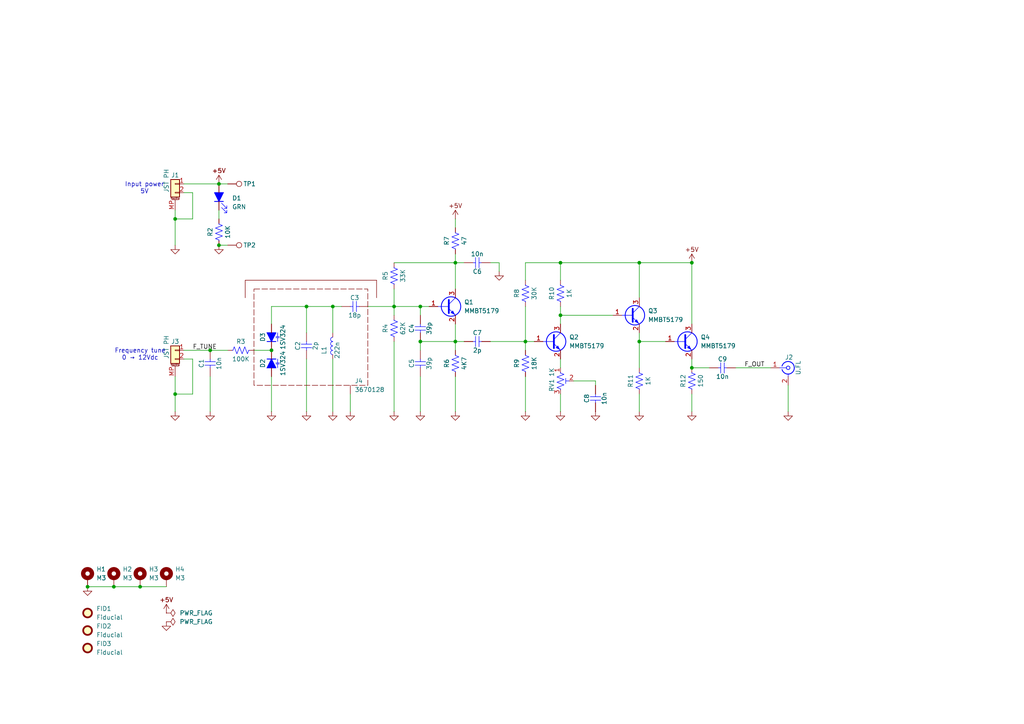
<source format=kicad_sch>
(kicad_sch (version 20250114) (generator "eeschema") (generator_version "9.0")
  (paper "A4")
  (title_block (title "Oscillator for broadcast FM radio") (date "2025-11-29"))
  (lib_symbols
    (symbol "#gplm:cap/CAP-0000-0103" (pin_numbers (hide yes)) (pin_names (offset 0.254))
      (property "Reference" "C" (at 1.27 2.54 0))
      (property "Value" "10n" (at 1.27 -2.54 0))
      (symbol "cap/CAP-0000-0103_1_1"
        (pin passive line (at -2.54 0 0) (length 2.54) (name "~") (number "1"))
        (pin passive line (at 5.08 0 180) (length 2.54) (name "~") (number "2"))
      )
    )
    (symbol "#gplm:cap/CAP-0000-0180" (pin_numbers (hide yes)) (pin_names (offset 0.254))
      (property "Reference" "C" (at 1.27 2.54 0))
      (property "Value" "18p" (at 1.27 -2.54 0))
      (symbol "cap/CAP-0000-0180_1_1"
        (pin passive line (at -2.54 0 0) (length 2.54) (name "~") (number "1"))
        (pin passive line (at 5.08 0 180) (length 2.54) (name "~") (number "2"))
      )
    )
    (symbol "#gplm:cap/CAP-0000-02F0" (pin_numbers (hide yes)) (pin_names (offset 0.254))
      (property "Reference" "C" (at 1.27 2.54 0))
      (property "Value" "2p" (at 1.27 -2.54 0))
      (symbol "cap/CAP-0000-02F0_1_1"
        (pin passive line (at -2.54 0 0) (length 2.54) (name "~") (number "1"))
        (pin passive line (at 5.08 0 180) (length 2.54) (name "~") (number "2"))
      )
    )
    (symbol "#gplm:cap/CAP-0000-0390" (pin_numbers (hide yes)) (pin_names (offset 0.254))
      (property "Reference" "C" (at 1.27 2.54 0))
      (property "Value" "39p" (at 1.27 -2.54 0))
      (symbol "cap/CAP-0000-0390_1_1"
        (pin passive line (at -2.54 0 0) (length 2.54) (name "~") (number "1"))
        (pin passive line (at 5.08 0 180) (length 2.54) (name "~") (number "2"))
      )
    )
    (symbol "#gplm:con/CON-0000-0002" (pin_names (offset 1.016) (hide yes))
      (property "Reference" "J" (at 0 2.54 0))
      (property "Value" "JST PH" (at -2.54 -3.81 90))
      (symbol "con/CON-0000-0002_1_1"
        (text "Mounting" (at 0 -4.191 0) (effects (font (size 0.381 0.381))))
        (pin passive line (at 0 -7.62 90) (length 3.048) (name "MountPin") (number "MP"))
        (pin passive line (at 2.54 0 180) (length 1.27) (name "Pin_1") (number "1"))
        (pin passive line (at 2.54 -2.54 180) (length 1.27) (name "Pin_2") (number "2"))
      )
    )
    (symbol "#gplm:con/CON-0001-0000" (pin_names (offset 1.016) (hide yes))
      (property "Reference" "J" (at 0.254 3.048 0))
      (property "Value" "U.FL" (at 2.921 0 90))
      (symbol "con/CON-0001-0000_1_1"
        (pin passive line (at -5.08 0 0) (length 2.54) (name "In") (number "1"))
        (pin passive line (at 0 -5.08 90) (length 2.54) (name "Ext") (number "2"))
      )
    )
    (symbol "#gplm:dio/DIO-0000-0000" (pin_numbers (hide yes)) (pin_names (offset 1.016) (hide yes))
      (property "Reference" "D" (at 1.27 2.54 0))
      (property "Value" "1SV324" (at 1.27 -3.302 0))
      (symbol "dio/DIO-0000-0000_1_1"
        (pin passive line (at -2.54 0 0) (length 2.54) (name "K") (number "1"))
        (pin passive line (at 5.08 0 180) (length 2.54) (name "A") (number "2"))
      )
    )
    (symbol "#gplm:ind/IND-0000-0221" (pin_numbers (hide yes)) (pin_names (offset 1.016) (hide yes))
      (property "Reference" "L" (at 1.27 2.54 0))
      (property "Value" "222n" (at 1.27 -1.27 0))
      (symbol "ind/IND-0000-0221_1_1"
        (pin passive line (at -2.54 0 0) (length 1.27) (name "1") (number "1"))
        (pin passive line (at 5.08 0 180) (length 1.27) (name "2") (number "2"))
      )
    )
    (symbol "#gplm:opt/OPT-0000-0000" (pin_numbers (hide yes)) (pin_names (offset 1.016) (hide yes))
      (property "Reference" "D" (at 1.27 2.54 0))
      (property "Value" "GRN" (at 1.27 -2.54 0))
      (symbol "opt/OPT-0000-0000_1_1"
        (pin passive line (at -2.54 0 0) (length 2.54) (name "K") (number "1"))
        (pin passive line (at 5.08 0 180) (length 2.54) (name "A") (number "2"))
      )
    )
    (symbol "#gplm:res/RES-0000-0470" (pin_numbers (hide yes)) (pin_names (offset 0))
      (property "Reference" "R" (at 1.27 2.54 0))
      (property "Value" "47" (at 1.27 -2.54 0))
      (symbol "res/RES-0000-0470_1_1"
        (pin passive line (at -2.54 0 0) (length 1.27) (name "~") (number "1"))
        (pin passive line (at 5.08 0 180) (length 1.27) (name "~") (number "2"))
      )
    )
    (symbol "#gplm:res/RES-0000-1001" (pin_numbers (hide yes)) (pin_names (offset 0))
      (property "Reference" "R" (at 1.27 2.54 0))
      (property "Value" "1K" (at 1.27 -2.54 0))
      (symbol "res/RES-0000-1001_1_1"
        (pin passive line (at -2.54 0 0) (length 1.27) (name "~") (number "1"))
        (pin passive line (at 5.08 0 180) (length 1.27) (name "~") (number "2"))
      )
    )
    (symbol "#gplm:res/RES-0000-1002" (pin_numbers (hide yes)) (pin_names (offset 0))
      (property "Reference" "R" (at 1.27 2.54 0))
      (property "Value" "10K" (at 1.27 -2.54 0))
      (symbol "res/RES-0000-1002_1_1"
        (pin passive line (at -2.54 0 0) (length 1.27) (name "~") (number "1"))
        (pin passive line (at 5.08 0 180) (length 1.27) (name "~") (number "2"))
      )
    )
    (symbol "#gplm:res/RES-0000-1003" (pin_numbers (hide yes)) (pin_names (offset 0))
      (property "Reference" "R" (at 1.27 2.54 0))
      (property "Value" "100K" (at 1.27 -2.54 0))
      (symbol "res/RES-0000-1003_1_1"
        (pin passive line (at -2.54 0 0) (length 1.27) (name "~") (number "1"))
        (pin passive line (at 5.08 0 180) (length 1.27) (name "~") (number "2"))
      )
    )
    (symbol "#gplm:res/RES-0000-1500" (pin_numbers (hide yes)) (pin_names (offset 0))
      (property "Reference" "R" (at 1.27 2.54 0))
      (property "Value" "150" (at 1.27 -2.54 0))
      (symbol "res/RES-0000-1500_1_1"
        (pin passive line (at -2.54 0 0) (length 1.27) (name "~") (number "1"))
        (pin passive line (at 5.08 0 180) (length 1.27) (name "~") (number "2"))
      )
    )
    (symbol "#gplm:res/RES-0000-1802" (pin_numbers (hide yes)) (pin_names (offset 0))
      (property "Reference" "R" (at 1.27 2.54 0))
      (property "Value" "18K" (at 1.27 -2.54 0))
      (symbol "res/RES-0000-1802_1_1"
        (pin passive line (at -2.54 0 0) (length 1.27) (name "~") (number "1"))
        (pin passive line (at 5.08 0 180) (length 1.27) (name "~") (number "2"))
      )
    )
    (symbol "#gplm:res/RES-0000-3002" (pin_numbers (hide yes)) (pin_names (offset 0))
      (property "Reference" "R" (at 1.27 2.54 0))
      (property "Value" "30K" (at 1.27 -2.54 0))
      (symbol "res/RES-0000-3002_1_1"
        (pin passive line (at -2.54 0 0) (length 1.27) (name "~") (number "1"))
        (pin passive line (at 5.08 0 180) (length 1.27) (name "~") (number "2"))
      )
    )
    (symbol "#gplm:res/RES-0000-3302" (pin_numbers (hide yes)) (pin_names (offset 0))
      (property "Reference" "R" (at 1.27 2.54 0))
      (property "Value" "33K" (at 1.27 -2.54 0))
      (symbol "res/RES-0000-3302_1_1"
        (pin passive line (at -2.54 0 0) (length 1.27) (name "~") (number "1"))
        (pin passive line (at 5.08 0 180) (length 1.27) (name "~") (number "2"))
      )
    )
    (symbol "#gplm:res/RES-0000-4701" (pin_numbers (hide yes)) (pin_names (offset 0))
      (property "Reference" "R" (at 1.27 2.54 0))
      (property "Value" "4K7" (at 1.27 -2.54 0))
      (symbol "res/RES-0000-4701_1_1"
        (pin passive line (at -2.54 0 0) (length 1.27) (name "~") (number "1"))
        (pin passive line (at 5.08 0 180) (length 1.27) (name "~") (number "2"))
      )
    )
    (symbol "#gplm:res/RES-0000-6202" (pin_numbers (hide yes)) (pin_names (offset 0))
      (property "Reference" "R" (at 1.27 2.54 0))
      (property "Value" "62K" (at 1.27 -2.54 0))
      (symbol "res/RES-0000-6202_1_1"
        (pin passive line (at -2.54 0 0) (length 1.27) (name "~") (number "1"))
        (pin passive line (at 5.08 0 180) (length 1.27) (name "~") (number "2"))
      )
    )
    (symbol "#gplm:rfm/RFM-0000-0001" (pin_numbers (hide yes)) (pin_names (offset 1.016) (hide yes))
      (property "Reference" "J" (at 0 3.81 0))
      (property "Value" "3670128" (at 0 1.27 0))
      (symbol "rfm/RFM-0000-0001_1_1"
        (pin passive line (at 0 -2.54 90) (length 2.54) (name "Shield") (number "1"))
      )
    )
    (symbol "#gplm:rvr/RVR-0000-1001" (pin_names (offset 1.016) (hide yes))
      (property "Reference" "RV" (at 1.27 -4.445 0))
      (property "Value" "1K" (at 1.27 -2.54 0))
      (symbol "rvr/RVR-0000-1001_1_1"
        (pin passive line (at -2.54 0 0) (length 1.27) (name "1") (number "1"))
        (pin passive line (at 1.27 3.81 270) (length 1.27) (name "2") (number "2"))
        (pin passive line (at 5.08 0 180) (length 1.27) (name "3") (number "3"))
      )
    )
    (symbol "#gplm:trs/TRS-0000-0000" (pin_names (offset 0) (hide yes))
      (property "Reference" "Q" (at 5.08 1.27 0))
      (property "Value" "MMBT5179" (at 5.08 -1.27 0))
      (symbol "trs/TRS-0000-0000_1_1"
        (pin passive line (at -5.08 0 0) (length 2.54) (name "B") (number "1"))
        (pin passive line (at 2.54 5.08 270) (length 2.54) (name "C") (number "3"))
        (pin passive line (at 2.54 -5.08 90) (length 2.54) (name "E") (number "2"))
      )
    )
    (symbol "g-no_bom:Fiducial" (in_bom no)
      (property "Reference" "FD" (at 0 2.54 0))
    )
    (symbol "g-no_bom:MountingHole_M3" (pin_numbers (hide yes)) (pin_names (offset 1.016) (hide yes)) (in_bom no)
      (property "Reference" "H" (at 0 6.35 0))
      (property "Value" "M3" (at 0 4.445 0))
      (symbol "MountingHole_M3_1_1"
        (pin input line (at 0 -2.54 90) (length 2.54) (name "1") (number "1"))
      )
    )
    (symbol "g-no_bom:TestPoint" (pin_numbers (hide yes)) (pin_names (offset 0.762) (hide yes)) (in_bom no)
      (property "Reference" "TP" (at 0 5.08 0))
      (symbol "TestPoint_1_1"
        (pin passive line (at 0 0 90) (length 2.54) (name "1") (number "1"))
      )
    )
    (symbol "power:+5V" (power) (pin_numbers (hide yes)) (pin_names (offset 0) (hide yes))
      (property "Value" "+5V" (at 0 3.556 0))
      (symbol "+5V_1_1"
        (pin power_in line (at 0 0 90) (length 0) (name "~") (number "1"))
      )
    )
    (symbol "power:GND" (power) (pin_numbers (hide yes)) (pin_names (offset 0) (hide yes))
      (property "Value" "GND" (at 0 -3.81 0))
      (symbol "GND_1_1"
        (pin power_in line (at 0 0 270) (length 0) (name "~") (number "1"))
      )
    )
    (symbol "power:PWR_FLAG" (power) (pin_numbers (hide yes)) (pin_names (offset 0) (hide yes))
      (property "Value" "PWR_FLAG" (at 0 3.81 0))
      (symbol "PWR_FLAG_0_0"
        (pin power_out line (at 0 0 90) (length 0) (name "~") (number "1"))
      )
    )
  )
  (rectangle (start 73.66 83.82) (end 106.68 111.76) (stroke (width 0) (type dash) (color 128 0 0 1)))
  (text "Input power\n5V" (at 41.91 54.61 0) (effects (font (size 1.27 1.27))))
  (text "Frequency tune\n0 → 12Vdc" (at 40.64 102.87 0) (effects (font (size 1.27 1.27))))
  (junction (at 60.96 101.6))
  (junction (at 25.4 170.18))
  (junction (at 200.66 106.68))
  (junction (at 132.08 76.2))
  (junction (at 40.64 170.18))
  (junction (at 33.02 170.18))
  (junction (at 185.42 99.06))
  (junction (at 50.8 114.3))
  (junction (at 63.5 53.34))
  (junction (at 96.52 88.9))
  (junction (at 200.66 76.2))
  (junction (at 50.8 63.5))
  (junction (at 162.56 91.44))
  (junction (at 88.9 88.9))
  (junction (at 132.08 99.06))
  (junction (at 121.92 99.06))
  (junction (at 114.3 88.9))
  (junction (at 185.42 76.2))
  (junction (at 78.74 101.6))
  (junction (at 63.5 71.12))
  (junction (at 152.4 99.06))
  (junction (at 162.56 76.2))
  (junction (at 121.92 88.9))
  (wire (pts (xy 200.66 104.14) (xy 200.66 106.68)))
  (wire (pts (xy 63.5 71.12) (xy 66.04 71.12)))
  (wire (pts (xy 50.8 109.22) (xy 50.8 114.3)))
  (wire (pts (xy 50.8 63.5) (xy 55.88 63.5)))
  (wire (pts (xy 162.56 104.14) (xy 162.56 106.68)))
  (wire (pts (xy 96.52 104.14) (xy 96.52 119.38)))
  (wire (pts (xy 152.4 76.2) (xy 162.56 76.2)))
  (wire (pts (xy 114.3 88.9) (xy 121.92 88.9)))
  (wire (pts (xy 152.4 109.22) (xy 152.4 119.38)))
  (wire (pts (xy 33.02 170.18) (xy 40.64 170.18)))
  (wire (pts (xy 144.78 76.2) (xy 142.24 76.2)))
  (wire (pts (xy 96.52 88.9) (xy 99.06 88.9)))
  (wire (pts (xy 132.08 93.98) (xy 132.08 99.06)))
  (wire (pts (xy 132.08 99.06) (xy 132.08 101.6)))
  (wire (pts (xy 172.72 110.49) (xy 172.72 111.76)))
  (wire (pts (xy 152.4 99.06) (xy 154.94 99.06)))
  (wire (pts (xy 63.5 53.34) (xy 66.04 53.34)))
  (polyline (pts (xy 71.12 81.28) (xy 109.22 81.28)) (stroke (width 0) (type solid) (color 128 0 0 1)))
  (wire (pts (xy 144.78 78.74) (xy 144.78 76.2)))
  (wire (pts (xy 53.34 55.88) (xy 55.88 55.88)))
  (wire (pts (xy 121.92 109.22) (xy 121.92 119.38)))
  (wire (pts (xy 132.08 109.22) (xy 132.08 119.38)))
  (wire (pts (xy 132.08 99.06) (xy 134.62 99.06)))
  (wire (pts (xy 78.74 109.22) (xy 78.74 119.38)))
  (wire (pts (xy 88.9 88.9) (xy 96.52 88.9)))
  (wire (pts (xy 50.8 114.3) (xy 50.8 119.38)))
  (wire (pts (xy 152.4 88.9) (xy 152.4 99.06)))
  (wire (pts (xy 162.56 91.44) (xy 177.8 91.44)))
  (wire (pts (xy 88.9 104.14) (xy 88.9 119.38)))
  (wire (pts (xy 185.42 76.2) (xy 185.42 86.36)))
  (wire (pts (xy 185.42 99.06) (xy 193.04 99.06)))
  (wire (pts (xy 121.92 88.9) (xy 124.46 88.9)))
  (wire (pts (xy 53.34 104.14) (xy 55.88 104.14)))
  (polyline (pts (xy 109.22 81.28) (xy 109.22 86.36)) (stroke (width 0) (type solid) (color 128 0 0 1)))
  (wire (pts (xy 162.56 91.44) (xy 162.56 93.98)))
  (wire (pts (xy 114.3 76.2) (xy 132.08 76.2)))
  (wire (pts (xy 114.3 88.9) (xy 114.3 91.44)))
  (wire (pts (xy 53.34 101.6) (xy 60.96 101.6)))
  (wire (pts (xy 50.8 60.96) (xy 50.8 63.5)))
  (wire (pts (xy 200.66 106.68) (xy 205.74 106.68)))
  (wire (pts (xy 213.36 106.68) (xy 223.52 106.68)))
  (wire (pts (xy 88.9 88.9) (xy 88.9 96.52)))
  (wire (pts (xy 55.88 104.14) (xy 55.88 114.3)))
  (wire (pts (xy 132.08 76.2) (xy 132.08 83.82)))
  (wire (pts (xy 60.96 101.6) (xy 66.04 101.6)))
  (wire (pts (xy 114.3 88.9) (xy 106.68 88.9)))
  (wire (pts (xy 185.42 99.06) (xy 185.42 106.68)))
  (wire (pts (xy 25.4 170.18) (xy 33.02 170.18)))
  (wire (pts (xy 96.52 88.9) (xy 96.52 96.52)))
  (wire (pts (xy 142.24 99.06) (xy 152.4 99.06)))
  (wire (pts (xy 50.8 114.3) (xy 55.88 114.3)))
  (wire (pts (xy 162.56 88.9) (xy 162.56 91.44)))
  (wire (pts (xy 166.37 110.49) (xy 172.72 110.49)))
  (wire (pts (xy 152.4 99.06) (xy 152.4 101.6)))
  (wire (pts (xy 162.56 76.2) (xy 162.56 81.28)))
  (wire (pts (xy 40.64 170.18) (xy 48.26 170.18)))
  (wire (pts (xy 55.88 55.88) (xy 55.88 63.5)))
  (wire (pts (xy 50.8 63.5) (xy 50.8 71.12)))
  (wire (pts (xy 200.66 93.98) (xy 200.66 76.2)))
  (wire (pts (xy 132.08 73.66) (xy 132.08 76.2)))
  (wire (pts (xy 63.5 60.96) (xy 63.5 63.5)))
  (wire (pts (xy 114.3 99.06) (xy 114.3 119.38)))
  (wire (pts (xy 78.74 88.9) (xy 88.9 88.9)))
  (wire (pts (xy 162.56 114.3) (xy 162.56 119.38)))
  (wire (pts (xy 132.08 63.5) (xy 132.08 66.04)))
  (wire (pts (xy 114.3 83.82) (xy 114.3 88.9)))
  (wire (pts (xy 132.08 76.2) (xy 134.62 76.2)))
  (wire (pts (xy 152.4 81.28) (xy 152.4 76.2)))
  (wire (pts (xy 185.42 114.3) (xy 185.42 119.38)))
  (wire (pts (xy 78.74 88.9) (xy 78.74 93.98)))
  (wire (pts (xy 228.6 111.76) (xy 228.6 119.38)))
  (wire (pts (xy 101.6 114.3) (xy 101.6 119.38)))
  (polyline (pts (xy 71.12 86.36) (xy 71.12 81.28)) (stroke (width 0) (type solid) (color 128 0 0 1)))
  (wire (pts (xy 73.66 101.6) (xy 78.74 101.6)))
  (wire (pts (xy 185.42 96.52) (xy 185.42 99.06)))
  (wire (pts (xy 60.96 109.22) (xy 60.96 119.38)))
  (wire (pts (xy 53.34 53.34) (xy 63.5 53.34)))
  (wire (pts (xy 200.66 76.2) (xy 185.42 76.2)))
  (wire (pts (xy 200.66 114.3) (xy 200.66 119.38)))
  (wire (pts (xy 121.92 101.6) (xy 121.92 99.06)))
  (wire (pts (xy 185.42 76.2) (xy 162.56 76.2)))
  (wire (pts (xy 132.08 99.06) (xy 121.92 99.06)))
  (wire (pts (xy 121.92 91.44) (xy 121.92 88.9)))
  (label "F_OUT" (at 215.9 106.68 0))
  (label "F_TUNE" (at 55.88 101.6 0))
  (symbol (lib_id "#gplm:cap/CAP-0000-0103") (at 139.7 76.2 180) (unit 1)
    (property "Reference" "C6" (at 138.43 78.74 0))
    (property "Value" "10n" (at 138.43 73.66 0))
    (property "Footprint" "g-cap:C_0603_1608Metric" (effects (hide yes)))
    (property "Datasheet" "https://search.murata.co.jp/Ceramy/image/img/A01X/G101/ENG/GCM188R71H103KA37-01.pdf" (effects (hide yes)))
    (property "Description" "CAP CER 10NF 50V X7R 0603" (effects (hide yes)))
    (property "IPN" "CAP-0000-0103" (effects (hide yes)))
    (property "Manufacturer" "Murata Electronics" (effects (hide yes)))
    (property "MPN" "GCM188R71H103KA37D" (effects (hide yes)))
    (property "Capacitance" "10n" (effects (hide yes)))
    (property "Voltage" "50V" (effects (hide yes)))
    (property "Material" "X7R" (effects (hide yes)))
    (property "Tolerance" "10%" (effects (hide yes)))
    (property "LCSC" "C57112" (effects (hide yes)))
  )
  (symbol (lib_id "power:GND") (at 172.72 119.38 0) (unit 1)
    (property "Reference" "#PWR016" (effects (hide yes)))
    (property "Value" "GND" (effects (hide yes)))
    (property "Description" "Power symbol creates a global label with name \"GND\" , ground" (effects (hide yes)))
  )
  (symbol (lib_id "#gplm:cap/CAP-0000-0180") (at 101.6 88.9 0) (unit 1)
    (property "Reference" "C3" (at 102.87 86.36 0))
    (property "Value" "18p" (at 102.87 91.44 0))
    (property "Footprint" "g-cap:C_0603_1608Metric" (effects (hide yes)))
    (property "Datasheet" "https://www.yageogroup.com/content/datasheet/asset/file/KEM_C1003_C0G_SMD" (effects (hide yes)))
    (property "Description" "CAP CER 18PF 50V C0G/NP0 0603" (effects (hide yes)))
    (property "IPN" "CAP-0000-0180" (effects (hide yes)))
    (property "Manufacturer" "KEMET" (effects (hide yes)))
    (property "MPN" "C0603C180J5GACTU" (effects (hide yes)))
    (property "Capacitance" "18p" (effects (hide yes)))
    (property "Voltage" "50V" (effects (hide yes)))
    (property "Material" "NP0" (effects (hide yes)))
    (property "Tolerance" "±5%" (effects (hide yes)))
    (property "LCSC" "C1647" (effects (hide yes)))
  )
  (symbol (lib_id "power:GND") (at 114.3 119.38 0) (unit 1)
    (property "Reference" "#PWR09" (effects (hide yes)))
    (property "Value" "GND" (effects (hide yes)))
    (property "Description" "Power symbol creates a global label with name \"GND\" , ground" (effects (hide yes)))
  )
  (symbol (lib_id "#gplm:res/RES-0000-6202") (at 114.3 96.52 90) (unit 1)
    (property "Reference" "R4" (at 111.76 95.25 0))
    (property "Value" "62K" (at 116.84 95.25 0))
    (property "Footprint" "g-res:R_0603_1608Metric" (effects (hide yes)))
    (property "Datasheet" "https://www.yageogroup.com/content/datasheet/asset/file/PYU-RC_GROUP_51_ROHS_L" (effects (hide yes)))
    (property "Description" "RES 62K OHM 1% 1/10W 0603" (effects (hide yes)))
    (property "IPN" "RES-0000-6202" (effects (hide yes)))
    (property "Manufacturer" "Yageo" (effects (hide yes)))
    (property "MPN" "RC0603FR-1362KL" (effects (hide yes)))
    (property "Resistance" "62K" (effects (hide yes)))
    (property "Tolerance" "1%" (effects (hide yes)))
    (property "LCSC" "C23221" (effects (hide yes)))
  )
  (symbol (lib_id "power:PWR_FLAG") (at 48.26 177.8 270) (unit 1)
    (property "Reference" "#FLG01" (effects (hide yes)))
    (property "Value" "PWR_FLAG" (at 52.07 177.7999 90) (effects (justify left)))
    (property "Description" "Special symbol for telling ERC where power comes from" (effects (hide yes)))
  )
  (symbol (lib_id "power:PWR_FLAG") (at 48.26 180.34 270) (unit 1)
    (property "Reference" "#FLG02" (effects (hide yes)))
    (property "Value" "PWR_FLAG" (at 52.07 180.3399 90) (effects (justify left)))
    (property "Description" "Special symbol for telling ERC where power comes from" (effects (hide yes)))
  )
  (symbol (lib_id "#gplm:res/RES-0000-4701") (at 132.08 106.68 90) (unit 1)
    (property "Reference" "R6" (at 129.54 105.41 0))
    (property "Value" "4K7" (at 134.62 105.41 0))
    (property "Footprint" "g-res:R_0603_1608Metric" (effects (hide yes)))
    (property "Datasheet" "https://www.yageogroup.com/content/datasheet/asset/file/PYU-RC_GROUP_51_ROHS_L" (effects (hide yes)))
    (property "Description" "RES 4.7K OHM 1% 1/10W 0603" (effects (hide yes)))
    (property "IPN" "RES-0000-4701" (effects (hide yes)))
    (property "Manufacturer" "Yageo" (effects (hide yes)))
    (property "MPN" "RC0603FR-074K7L" (effects (hide yes)))
    (property "Resistance" "4K7" (effects (hide yes)))
    (property "Tolerance" "1%" (effects (hide yes)))
    (property "LCSC" "C23162" (effects (hide yes)))
  )
  (symbol (lib_id "#gplm:cap/CAP-0000-02F0") (at 88.9 101.6 90) (unit 1)
    (property "Reference" "C2" (at 86.36 100.33 0))
    (property "Value" "2p" (at 91.44 100.33 0))
    (property "Footprint" "g-cap:C_0603_1608Metric" (effects (hide yes)))
    (property "Datasheet" "https://weblib.samsungsem.com/mlcc/mlcc-ec-data-sheet.do?partNumber=CL05Y105KP6VPN" (effects (hide yes)))
    (property "Description" "CAP CER 2PF 50V C0G/NP0 0603" (effects (hide yes)))
    (property "IPN" "CAP-0000-02F0" (effects (hide yes)))
    (property "Manufacturer" "Samsung Electro-Mechanics" (effects (hide yes)))
    (property "MPN" "CL10C020CB8NNNC" (effects (hide yes)))
    (property "Capacitance" "2p" (effects (hide yes)))
    (property "Voltage" "50V" (effects (hide yes)))
    (property "Material" "NP0" (effects (hide yes)))
    (property "Tolerance" "±0.25pF" (effects (hide yes)))
    (property "LCSC" "C1650" (effects (hide yes)))
  )
  (symbol (lib_id "#gplm:dio/DIO-0000-0000") (at 78.74 104.14 90) (mirror x) (unit 1)
    (property "Reference" "D2" (at 76.2 105.41 0))
    (property "Value" "1SV324" (at 82.042 105.41 0))
    (property "Footprint" "g-dio:D_SOD-323" (effects (hide yes)))
    (property "Datasheet" "https://toshiba.semicon-storage.com/info/1SV324_datasheet_en_20140301.pdf?did=2856&prodName=1SV324" (effects (hide yes)))
    (property "Description" "DIODE VARACTOR 10V SINGLE USC" (effects (hide yes)))
    (property "IPN" "DIO-0000-0000" (effects (hide yes)))
    (property "Manufacturer" "Toshiba Semiconductor and Storage" (effects (hide yes)))
    (property "MPN" "1SV324TPH3F" (effects (hide yes)))
    (property "Current" "/" (effects (hide yes)))
    (property "Voltage" "10V" (effects (hide yes)))
    (property "LCSC" "C3272930" (effects (hide yes)))
  )
  (symbol (lib_id "#gplm:con/CON-0001-0000") (at 228.6 106.68 0) (unit 1)
    (property "Reference" "J2" (at 228.854 103.632 0))
    (property "Value" "U.FL" (at 231.521 106.68 90))
    (property "Footprint" "g-con:U.FL_Hirose_U.FL-R-SMT-1_Vertical" (effects (hide yes)))
    (property "Datasheet" "https://mm.digikey.com/Volume0/opasdata/d220001/medias/docus/4832/EDC3-302540-10.tif.pdf" (effects (hide yes)))
    (property "Description" "CONN U.FL RCPT STR 50 OHM SMD" (effects (hide yes)))
    (property "IPN" "CON-0001-0000" (effects (hide yes)))
    (property "Manufacturer" "Hirose Electric Co Ltd" (effects (hide yes)))
    (property "MPN" "U.FL-R-SMT-1(10)" (effects (hide yes)))
    (property "Pins" "2" (effects (hide yes)))
    (property "LCSC" "C88373" (effects (hide yes)))
  )
  (symbol (lib_id "g-no_bom:TestPoint") (at 66.04 53.34 270) (unit 1) (in_bom no)
    (property "Reference" "TP1" (at 72.39 53.34 90))
    (property "Value" "TestPoint" (effects (hide yes)))
    (property "Footprint" "g-no_bom:TestPoint_Pad_D1.0mm" (effects (hide yes)))
    (property "Description" "test point" (effects (hide yes)))
  )
  (symbol (lib_id "power:+5V") (at 200.66 76.2 0) (unit 1)
    (property "Reference" "#PWR017" (effects (hide yes)))
    (property "Value" "+5V" (at 200.66 72.39 0))
    (property "Description" "Power symbol creates a global label with name \"+5V\"" (effects (hide yes)))
  )
  (symbol (lib_id "power:GND") (at 50.8 119.38 0) (unit 1)
    (property "Reference" "#PWR04" (effects (hide yes)))
    (property "Value" "GND" (effects (hide yes)))
    (property "Description" "Power symbol creates a global label with name \"GND\" , ground" (effects (hide yes)))
  )
  (symbol (lib_id "#gplm:res/RES-0000-1001") (at 185.42 111.76 90) (unit 1)
    (property "Reference" "R11" (at 182.88 110.49 0))
    (property "Value" "1K" (at 187.96 110.49 0))
    (property "Footprint" "g-res:R_0603_1608Metric" (effects (hide yes)))
    (property "Datasheet" "https://www.yageogroup.com/content/datasheet/asset/file/PYU-RC_GROUP_51_ROHS_L" (effects (hide yes)))
    (property "Description" "RES 1K OHM 1% 1/10W 0603" (effects (hide yes)))
    (property "IPN" "RES-0000-1001" (effects (hide yes)))
    (property "Manufacturer" "Yageo" (effects (hide yes)))
    (property "MPN" "RC0603FR-071KL" (effects (hide yes)))
    (property "Resistance" "1K" (effects (hide yes)))
    (property "Tolerance" "1%" (effects (hide yes)))
    (property "LCSC" "C21190" (effects (hide yes)))
  )
  (symbol (lib_id "power:+5V") (at 132.08 63.5 0) (unit 1)
    (property "Reference" "#PWR012" (effects (hide yes)))
    (property "Value" "+5V" (at 132.08 59.69 0))
    (property "Description" "Power symbol creates a global label with name \"+5V\"" (effects (hide yes)))
  )
  (symbol (lib_id "#gplm:res/RES-0000-3002") (at 152.4 86.36 90) (unit 1)
    (property "Reference" "R8" (at 149.86 85.09 0))
    (property "Value" "30K" (at 154.94 85.09 0))
    (property "Footprint" "g-res:R_0603_1608Metric" (effects (hide yes)))
    (property "Datasheet" "https://www.yageogroup.com/content/datasheet/asset/file/PYU-RC_GROUP_51_ROHS_L" (effects (hide yes)))
    (property "Description" "RES 30K OHM 1% 1/10W 0603" (effects (hide yes)))
    (property "IPN" "RES-0000-3002" (effects (hide yes)))
    (property "Manufacturer" "Yageo" (effects (hide yes)))
    (property "MPN" "RC0603FR-0730KL" (effects (hide yes)))
    (property "Resistance" "30K" (effects (hide yes)))
    (property "Tolerance" "1%" (effects (hide yes)))
    (property "LCSC" "C22984" (effects (hide yes)))
  )
  (symbol (lib_id "g-no_bom:Fiducial") (at 25.4 177.8 0) (unit 1) (in_bom no)
    (property "Reference" "FID1" (at 27.94 176.5299 0) (effects (justify left)))
    (property "Value" "Fiducial" (at 27.94 179.0699 0) (effects (justify left)))
    (property "Footprint" "g-no_bom:Fiducial_1mm_Mask2mm" (effects (hide yes)))
    (property "Description" "Fiducial Marker" (effects (hide yes)))
  )
  (symbol (lib_id "g-no_bom:TestPoint") (at 66.04 71.12 270) (unit 1) (in_bom no)
    (property "Reference" "TP2" (at 72.39 71.12 90))
    (property "Value" "TestPoint" (effects (hide yes)))
    (property "Footprint" "g-no_bom:TestPoint_Pad_D1.0mm" (effects (hide yes)))
    (property "Description" "test point" (effects (hide yes)))
  )
  (symbol (lib_id "g-no_bom:MountingHole_M3") (at 33.02 167.64 0) (unit 1) (in_bom no)
    (property "Reference" "H2" (at 35.56 165.0999 0) (effects (justify left)))
    (property "Value" "M3" (at 35.56 167.6399 0) (effects (justify left)))
    (property "Footprint" "g-no_bom:MountingHole_3.2mm_M3_Pad_Via" (effects (hide yes)))
    (property "Description" "Mounting Hole with connection" (effects (hide yes)))
  )
  (symbol (lib_id "power:GND") (at 162.56 119.38 0) (unit 1)
    (property "Reference" "#PWR015" (effects (hide yes)))
    (property "Value" "GND" (effects (hide yes)))
    (property "Description" "Power symbol creates a global label with name \"GND\" , ground" (effects (hide yes)))
  )
  (symbol (lib_id "#gplm:res/RES-0000-3302") (at 114.3 81.28 90) (unit 1)
    (property "Reference" "R5" (at 111.76 80.01 0))
    (property "Value" "33K" (at 116.84 80.01 0))
    (property "Footprint" "g-res:R_0603_1608Metric" (effects (hide yes)))
    (property "Datasheet" "https://www.yageogroup.com/content/datasheet/asset/file/PYU-RC_GROUP_51_ROHS_L" (effects (hide yes)))
    (property "Description" "RES 33K OHM 1% 1/10W 0603" (effects (hide yes)))
    (property "IPN" "RES-0000-3302" (effects (hide yes)))
    (property "Manufacturer" "Yageo" (effects (hide yes)))
    (property "MPN" "RC0603FR-0733KL" (effects (hide yes)))
    (property "Resistance" "33K" (effects (hide yes)))
    (property "Tolerance" "1%" (effects (hide yes)))
    (property "LCSC" "C4216" (effects (hide yes)))
  )
  (symbol (lib_id "g-no_bom:MountingHole_M3") (at 25.4 167.64 0) (unit 1) (in_bom no)
    (property "Reference" "H1" (at 27.94 165.0999 0) (effects (justify left)))
    (property "Value" "M3" (at 27.94 167.6399 0) (effects (justify left)))
    (property "Footprint" "g-no_bom:MountingHole_3.2mm_M3_Pad_Via" (effects (hide yes)))
    (property "Description" "Mounting Hole with connection" (effects (hide yes)))
  )
  (symbol (lib_id "#gplm:ind/IND-0000-0221") (at 96.52 101.6 90) (unit 1)
    (property "Reference" "L1" (at 93.98 101.6 0))
    (property "Value" "222n" (at 97.79 101.6 0))
    (property "Footprint" "g-ind:L_Wurth_WE-CAIR-5910" (effects (hide yes)))
    (property "Datasheet" "https://www.we-online.com/components/products/datasheet/744918222.pdf" (effects (hide yes)))
    (property "Description" "FIXED IND 222NH 3A 35 MOHM SMD" (effects (hide yes)))
    (property "IPN" "IND-0000-0221" (effects (hide yes)))
    (property "Manufacturer" "Würth Elektronik" (effects (hide yes)))
    (property "MPN" "744918222" (effects (hide yes)))
    (property "Inductance" "222n" (effects (hide yes)))
    (property "Current" "3A" (effects (hide yes)))
    (property "LCSC" "C2043319" (effects (hide yes)))
  )
  (symbol (lib_id "#gplm:cap/CAP-0000-0390") (at 121.92 106.68 90) (unit 1)
    (property "Reference" "C5" (at 119.38 105.41 0))
    (property "Value" "39p" (at 124.46 105.41 0))
    (property "Footprint" "g-cap:C_0603_1608Metric" (effects (hide yes)))
    (property "Datasheet" "https://www.yageogroup.com/content/datasheet/asset/file/KEM_C1003_C0G_SMD" (effects (hide yes)))
    (property "Description" "CAP CER 39PF 50V C0G/NP0 0603" (effects (hide yes)))
    (property "IPN" "CAP-0000-0390" (effects (hide yes)))
    (property "Manufacturer" "KEMET" (effects (hide yes)))
    (property "MPN" "C0603C390J5GACTU" (effects (hide yes)))
    (property "Capacitance" "39p" (effects (hide yes)))
    (property "Voltage" "50V" (effects (hide yes)))
    (property "Material" "NP0" (effects (hide yes)))
    (property "Tolerance" "±5%" (effects (hide yes)))
    (property "LCSC" "C107049" (effects (hide yes)))
  )
  (symbol (lib_id "#gplm:cap/CAP-0000-0103") (at 60.96 106.68 90) (unit 1)
    (property "Reference" "C1" (at 58.42 105.41 0))
    (property "Value" "10n" (at 63.5 105.41 0))
    (property "Footprint" "g-cap:C_0603_1608Metric" (effects (hide yes)))
    (property "Datasheet" "https://search.murata.co.jp/Ceramy/image/img/A01X/G101/ENG/GCM188R71H103KA37-01.pdf" (effects (hide yes)))
    (property "Description" "CAP CER 10NF 50V X7R 0603" (effects (hide yes)))
    (property "IPN" "CAP-0000-0103" (effects (hide yes)))
    (property "Manufacturer" "Murata Electronics" (effects (hide yes)))
    (property "MPN" "GCM188R71H103KA37D" (effects (hide yes)))
    (property "Capacitance" "10n" (effects (hide yes)))
    (property "Voltage" "50V" (effects (hide yes)))
    (property "Material" "X7R" (effects (hide yes)))
    (property "Tolerance" "10%" (effects (hide yes)))
    (property "LCSC" "C57112" (effects (hide yes)))
  )
  (symbol (lib_id "power:GND") (at 144.78 78.74 0) (unit 1)
    (property "Reference" "#PWR013" (effects (hide yes)))
    (property "Value" "GND" (effects (hide yes)))
    (property "Description" "Power symbol creates a global label with name \"GND\" , ground" (effects (hide yes)))
  )
  (symbol (lib_id "power:GND") (at 121.92 119.38 0) (unit 1)
    (property "Reference" "#PWR010" (effects (hide yes)))
    (property "Value" "GND" (effects (hide yes)))
    (property "Description" "Power symbol creates a global label with name \"GND\" , ground" (effects (hide yes)))
  )
  (symbol (lib_id "power:GND") (at 132.08 119.38 0) (unit 1)
    (property "Reference" "#PWR011" (effects (hide yes)))
    (property "Value" "GND" (effects (hide yes)))
    (property "Description" "Power symbol creates a global label with name \"GND\" , ground" (effects (hide yes)))
  )
  (symbol (lib_id "#gplm:res/RES-0000-1500") (at 200.66 111.76 90) (unit 1)
    (property "Reference" "R12" (at 198.12 110.49 0))
    (property "Value" "150" (at 203.2 110.49 0))
    (property "Footprint" "g-res:R_0603_1608Metric" (effects (hide yes)))
    (property "Datasheet" "https://www.yageogroup.com/content/datasheet/asset/file/PYU-RC_GROUP_51_ROHS_L" (effects (hide yes)))
    (property "Description" "RES 150 OHM 1% 1/10W 0603" (effects (hide yes)))
    (property "IPN" "RES-0000-1500" (effects (hide yes)))
    (property "Manufacturer" "Yageo" (effects (hide yes)))
    (property "MPN" "RC0603FR-07150RL" (effects (hide yes)))
    (property "Resistance" "150" (effects (hide yes)))
    (property "Tolerance" "1%" (effects (hide yes)))
    (property "LCSC" "C22808" (effects (hide yes)))
  )
  (symbol (lib_id "power:GND") (at 60.96 119.38 0) (unit 1)
    (property "Reference" "#PWR05" (effects (hide yes)))
    (property "Value" "GND" (effects (hide yes)))
    (property "Description" "Power symbol creates a global label with name \"GND\" , ground" (effects (hide yes)))
  )
  (symbol (lib_id "#gplm:trs/TRS-0000-0000") (at 160.02 99.06 0) (unit 1)
    (property "Reference" "Q2" (at 165.1 97.7899 0) (effects (justify left)))
    (property "Value" "MMBT5179" (at 165.1 100.3299 0) (effects (justify left)))
    (property "Footprint" "g-SOT:SOT-23-3" (effects (hide yes)))
    (property "Datasheet" "https://www.onsemi.com/pub/Collateral/MMBT5179-D.PDF" (effects (hide yes)))
    (property "Description" "RF TRANS NPN 12V 2GHZ SOT-23-3" (effects (hide yes)))
    (property "IPN" "TRS-0000-0000" (effects (hide yes)))
    (property "Manufacturer" "onsemi" (effects (hide yes)))
    (property "MPN" "MMBT5179" (effects (hide yes)))
    (property "max(Vce)" "12" (effects (hide yes)))
    (property "max(Ic)" "50m" (effects (hide yes)))
    (property "LCSC" "C416012" (effects (hide yes)))
  )
  (symbol (lib_id "g-no_bom:MountingHole_M3") (at 40.64 167.64 0) (unit 1) (in_bom no)
    (property "Reference" "H3" (at 43.18 165.0999 0) (effects (justify left)))
    (property "Value" "M3" (at 43.18 167.6399 0) (effects (justify left)))
    (property "Footprint" "g-no_bom:MountingHole_3.2mm_M3_Pad_Via" (effects (hide yes)))
    (property "Description" "Mounting Hole with connection" (effects (hide yes)))
  )
  (symbol (lib_id "power:GND") (at 101.6 119.38 0) (unit 1)
    (property "Reference" "#PWR022" (effects (hide yes)))
    (property "Value" "GND" (effects (hide yes)))
    (property "Description" "Power symbol creates a global label with name \"GND\" , ground" (effects (hide yes)))
  )
  (symbol (lib_id "#gplm:res/RES-0000-1003") (at 68.58 101.6 0) (unit 1)
    (property "Reference" "R3" (at 69.85 99.06 0))
    (property "Value" "100K" (at 69.85 104.14 0))
    (property "Footprint" "g-res:R_0603_1608Metric" (effects (hide yes)))
    (property "Datasheet" "https://www.yageogroup.com/content/datasheet/asset/file/PYU-RC_GROUP_51_ROHS_L" (effects (hide yes)))
    (property "Description" "RES 100K OHM 1% 1/10W 0603" (effects (hide yes)))
    (property "IPN" "RES-0000-1003" (effects (hide yes)))
    (property "Manufacturer" "Yageo" (effects (hide yes)))
    (property "MPN" "RC0603FR-07100KL" (effects (hide yes)))
    (property "Resistance" "100K" (effects (hide yes)))
    (property "Tolerance" "1%" (effects (hide yes)))
    (property "LCSC" "C25803" (effects (hide yes)))
  )
  (symbol (lib_id "#gplm:cap/CAP-0000-0103") (at 208.28 106.68 0) (unit 1)
    (property "Reference" "C9" (at 209.55 104.14 0))
    (property "Value" "10n" (at 209.55 109.22 0))
    (property "Footprint" "g-cap:C_0603_1608Metric" (effects (hide yes)))
    (property "Datasheet" "https://search.murata.co.jp/Ceramy/image/img/A01X/G101/ENG/GCM188R71H103KA37-01.pdf" (effects (hide yes)))
    (property "Description" "CAP CER 10NF 50V X7R 0603" (effects (hide yes)))
    (property "IPN" "CAP-0000-0103" (effects (hide yes)))
    (property "Manufacturer" "Murata Electronics" (effects (hide yes)))
    (property "MPN" "GCM188R71H103KA37D" (effects (hide yes)))
    (property "Capacitance" "10n" (effects (hide yes)))
    (property "Voltage" "50V" (effects (hide yes)))
    (property "Material" "X7R" (effects (hide yes)))
    (property "Tolerance" "10%" (effects (hide yes)))
    (property "LCSC" "C57112" (effects (hide yes)))
  )
  (symbol (lib_id "power:GND") (at 78.74 119.38 0) (unit 1)
    (property "Reference" "#PWR06" (effects (hide yes)))
    (property "Value" "GND" (effects (hide yes)))
    (property "Description" "Power symbol creates a global label with name \"GND\" , ground" (effects (hide yes)))
  )
  (symbol (lib_id "power:GND") (at 88.9 119.38 0) (unit 1)
    (property "Reference" "#PWR08" (effects (hide yes)))
    (property "Value" "GND" (effects (hide yes)))
    (property "Description" "Power symbol creates a global label with name \"GND\" , ground" (effects (hide yes)))
  )
  (symbol (lib_id "power:GND") (at 63.5 71.12 0) (unit 1)
    (property "Reference" "#PWR02" (effects (hide yes)))
    (property "Value" "GND" (effects (hide yes)))
    (property "Description" "Power symbol creates a global label with name \"GND\" , ground" (effects (hide yes)))
  )
  (symbol (lib_id "#gplm:cap/CAP-0000-0390") (at 121.92 96.52 90) (unit 1)
    (property "Reference" "C4" (at 119.38 95.25 0))
    (property "Value" "39p" (at 124.46 95.25 0))
    (property "Footprint" "g-cap:C_0603_1608Metric" (effects (hide yes)))
    (property "Datasheet" "https://www.yageogroup.com/content/datasheet/asset/file/KEM_C1003_C0G_SMD" (effects (hide yes)))
    (property "Description" "CAP CER 39PF 50V C0G/NP0 0603" (effects (hide yes)))
    (property "IPN" "CAP-0000-0390" (effects (hide yes)))
    (property "Manufacturer" "KEMET" (effects (hide yes)))
    (property "MPN" "C0603C390J5GACTU" (effects (hide yes)))
    (property "Capacitance" "39p" (effects (hide yes)))
    (property "Voltage" "50V" (effects (hide yes)))
    (property "Material" "NP0" (effects (hide yes)))
    (property "Tolerance" "±5%" (effects (hide yes)))
    (property "LCSC" "C107049" (effects (hide yes)))
  )
  (symbol (lib_id "#gplm:cap/CAP-0000-0103") (at 172.72 116.84 90) (unit 1)
    (property "Reference" "C8" (at 170.18 115.57 0))
    (property "Value" "10n" (at 175.26 115.57 0))
    (property "Footprint" "g-cap:C_0603_1608Metric" (effects (hide yes)))
    (property "Datasheet" "https://search.murata.co.jp/Ceramy/image/img/A01X/G101/ENG/GCM188R71H103KA37-01.pdf" (effects (hide yes)))
    (property "Description" "CAP CER 10NF 50V X7R 0603" (effects (hide yes)))
    (property "IPN" "CAP-0000-0103" (effects (hide yes)))
    (property "Manufacturer" "Murata Electronics" (effects (hide yes)))
    (property "MPN" "GCM188R71H103KA37D" (effects (hide yes)))
    (property "Capacitance" "10n" (effects (hide yes)))
    (property "Voltage" "50V" (effects (hide yes)))
    (property "Material" "X7R" (effects (hide yes)))
    (property "Tolerance" "10%" (effects (hide yes)))
    (property "LCSC" "C57112" (effects (hide yes)))
  )
  (symbol (lib_id "power:GND") (at 96.52 119.38 0) (unit 1)
    (property "Reference" "#PWR07" (effects (hide yes)))
    (property "Value" "GND" (effects (hide yes)))
    (property "Description" "Power symbol creates a global label with name \"GND\" , ground" (effects (hide yes)))
  )
  (symbol (lib_id "power:GND") (at 25.4 170.18 0) (unit 1)
    (property "Reference" "#PWR021" (effects (hide yes)))
    (property "Value" "GND" (effects (hide yes)))
    (property "Description" "Power symbol creates a global label with name \"GND\" , ground" (effects (hide yes)))
  )
  (symbol (lib_id "power:+5V") (at 48.26 177.8 0) (unit 1)
    (property "Reference" "#PWR023" (effects (hide yes)))
    (property "Value" "+5V" (at 48.26 173.99 0))
    (property "Description" "Power symbol creates a global label with name \"+5V\"" (effects (hide yes)))
  )
  (symbol (lib_id "power:GND") (at 200.66 119.38 0) (unit 1)
    (property "Reference" "#PWR019" (effects (hide yes)))
    (property "Value" "GND" (effects (hide yes)))
    (property "Description" "Power symbol creates a global label with name \"GND\" , ground" (effects (hide yes)))
  )
  (symbol (lib_id "power:GND") (at 228.6 119.38 0) (unit 1)
    (property "Reference" "#PWR020" (effects (hide yes)))
    (property "Value" "GND" (effects (hide yes)))
    (property "Description" "Power symbol creates a global label with name \"GND\" , ground" (effects (hide yes)))
  )
  (symbol (lib_id "#gplm:rfm/RFM-0000-0001") (at 101.6 111.76 0) (unit 1)
    (property "Reference" "J4" (at 102.87 110.4899 0) (effects (justify left)))
    (property "Value" "3670128" (at 102.87 113.0299 0) (effects (justify left)))
    (property "Footprint" "g-rfm:H_Wurth_WE-SHC-SEAMLESS-FRAME_3670128" (effects (hide yes)))
    (property "Datasheet" "https://www.we-online.com/components/products/datasheet/3670128.pdf" (effects (hide yes)))
    (property "Description" "WE-SHC TWO-PIECE SEAMLESS SHIELD" (effects (hide yes)))
    (property "IPN" "RFM-0000-0001" (effects (hide yes)))
    (property "Manufacturer" "Würth Elektronik" (effects (hide yes)))
    (property "MPN" "3670128" (effects (hide yes)))
    (property "LCSC" "C4365834" (effects (hide yes)))
  )
  (symbol (lib_id "g-no_bom:Fiducial") (at 25.4 182.88 0) (unit 1) (in_bom no)
    (property "Reference" "FID2" (at 27.94 181.6099 0) (effects (justify left)))
    (property "Value" "Fiducial" (at 27.94 184.1499 0) (effects (justify left)))
    (property "Footprint" "g-no_bom:Fiducial_1mm_Mask2mm" (effects (hide yes)))
    (property "Description" "Fiducial Marker" (effects (hide yes)))
  )
  (symbol (lib_id "#gplm:cap/CAP-0000-02F0") (at 137.16 99.06 0) (unit 1)
    (property "Reference" "C7" (at 138.43 96.52 0))
    (property "Value" "2p" (at 138.43 101.6 0))
    (property "Footprint" "g-cap:C_0603_1608Metric" (effects (hide yes)))
    (property "Datasheet" "https://weblib.samsungsem.com/mlcc/mlcc-ec-data-sheet.do?partNumber=CL05Y105KP6VPN" (effects (hide yes)))
    (property "Description" "CAP CER 2PF 50V C0G/NP0 0603" (effects (hide yes)))
    (property "IPN" "CAP-0000-02F0" (effects (hide yes)))
    (property "Manufacturer" "Samsung Electro-Mechanics" (effects (hide yes)))
    (property "MPN" "CL10C020CB8NNNC" (effects (hide yes)))
    (property "Capacitance" "2p" (effects (hide yes)))
    (property "Voltage" "50V" (effects (hide yes)))
    (property "Material" "NP0" (effects (hide yes)))
    (property "Tolerance" "±0.25pF" (effects (hide yes)))
    (property "LCSC" "C1650" (effects (hide yes)))
  )
  (symbol (lib_id "#gplm:opt/OPT-0000-0000") (at 63.5 58.42 90) (unit 1)
    (property "Reference" "D1" (at 67.31 57.4674 90) (effects (justify right)))
    (property "Value" "GRN" (at 67.31 60.0074 90) (effects (justify right)))
    (property "Footprint" "g-opt:LED_0805_2012Metric" (effects (hide yes)))
    (property "Datasheet" "https://jlcpcb.com/api/file/downloadByFileSystemAccessId/8639582106239348736" (effects (hide yes)))
    (property "Description" "Light emitting diode, filled shape" (effects (hide yes)))
    (property "Sim.Pins" "1=K 2=A" (effects (hide yes)))
    (property "IPN" "OPT-0000-0000" (effects (hide yes)))
    (property "Manufacturer" "Hubei KENTO Elec" (effects (hide yes)))
    (property "MPN" "KT-0805G" (effects (hide yes)))
    (property "Color" "GRN" (effects (hide yes)))
    (property "I-forward-max" "30mA" (effects (hide yes)))
    (property "V-forward" "2.6V" (effects (hide yes)))
    (property "Wavelength" "525nm" (effects (hide yes)))
    (property "LCSC" "C2297" (effects (hide yes)))
  )
  (symbol (lib_id "#gplm:rvr/RVR-0000-1001") (at 162.56 109.22 270) (unit 1)
    (property "Reference" "RV1" (at 160.02 111.76 0))
    (property "Value" "1K" (at 160.02 107.95 0))
    (property "Footprint" "g-rvr:Potentiometer_Bourns_3314J_Vertical" (effects (hide yes)))
    (property "Datasheet" "https://www.bourns.com/docs/Product-Datasheets/3314.pdf" (effects (hide yes)))
    (property "Description" "TRIMMER 1K OHM 0.25W J LEAD TOP" (effects (hide yes)))
    (property "IPN" "RVR-0000-1001" (effects (hide yes)))
    (property "Manufacturer" "Bourns" (effects (hide yes)))
    (property "MPN" "3314J-1-102E" (effects (hide yes)))
    (property "Resistance" "1K" (effects (hide yes)))
    (property "Turns" "1" (effects (hide yes)))
    (property "Tolerance" "20.00%" (effects (hide yes)))
    (property "LCSC" "C124640" (effects (hide yes)))
  )
  (symbol (lib_id "#gplm:res/RES-0000-1002") (at 63.5 68.58 90) (unit 1)
    (property "Reference" "R2" (at 60.96 67.31 0))
    (property "Value" "10K" (at 66.04 67.31 0))
    (property "Footprint" "g-res:R_0603_1608Metric" (effects (hide yes)))
    (property "Datasheet" "https://www.yageogroup.com/content/datasheet/asset/file/PYU-RC_GROUP_51_ROHS_L" (effects (hide yes)))
    (property "Description" "RES 10K OHM 1% 1/10W 0603" (effects (hide yes)))
    (property "IPN" "RES-0000-1002" (effects (hide yes)))
    (property "Manufacturer" "Yageo" (effects (hide yes)))
    (property "MPN" "RC0603FR-0710KL" (effects (hide yes)))
    (property "Resistance" "10K" (effects (hide yes)))
    (property "Tolerance" "1%" (effects (hide yes)))
    (property "LCSC" "C25804" (effects (hide yes)))
  )
  (symbol (lib_id "#gplm:trs/TRS-0000-0000") (at 198.12 99.06 0) (unit 1)
    (property "Reference" "Q4" (at 203.2 97.7899 0) (effects (justify left)))
    (property "Value" "MMBT5179" (at 203.2 100.3299 0) (effects (justify left)))
    (property "Footprint" "g-SOT:SOT-23-3" (effects (hide yes)))
    (property "Datasheet" "https://www.onsemi.com/pub/Collateral/MMBT5179-D.PDF" (effects (hide yes)))
    (property "Description" "RF TRANS NPN 12V 2GHZ SOT-23-3" (effects (hide yes)))
    (property "IPN" "TRS-0000-0000" (effects (hide yes)))
    (property "Manufacturer" "onsemi" (effects (hide yes)))
    (property "MPN" "MMBT5179" (effects (hide yes)))
    (property "max(Vce)" "12" (effects (hide yes)))
    (property "max(Ic)" "50m" (effects (hide yes)))
    (property "LCSC" "C416012" (effects (hide yes)))
  )
  (symbol (lib_id "#gplm:trs/TRS-0000-0000") (at 129.54 88.9 0) (unit 1)
    (property "Reference" "Q1" (at 134.62 87.6299 0) (effects (justify left)))
    (property "Value" "MMBT5179" (at 134.62 90.1699 0) (effects (justify left)))
    (property "Footprint" "g-SOT:SOT-23-3" (effects (hide yes)))
    (property "Datasheet" "https://www.onsemi.com/pub/Collateral/MMBT5179-D.PDF" (effects (hide yes)))
    (property "Description" "RF TRANS NPN 12V 2GHZ SOT-23-3" (effects (hide yes)))
    (property "IPN" "TRS-0000-0000" (effects (hide yes)))
    (property "Manufacturer" "onsemi" (effects (hide yes)))
    (property "MPN" "MMBT5179" (effects (hide yes)))
    (property "max(Vce)" "12" (effects (hide yes)))
    (property "max(Ic)" "50m" (effects (hide yes)))
    (property "LCSC" "C416012" (effects (hide yes)))
  )
  (symbol (lib_id "#gplm:res/RES-0000-0470") (at 132.08 71.12 90) (unit 1)
    (property "Reference" "R7" (at 129.54 69.85 0))
    (property "Value" "47" (at 134.62 69.85 0))
    (property "Footprint" "g-res:R_0603_1608Metric" (effects (hide yes)))
    (property "Datasheet" "https://www.yageogroup.com/content/datasheet/asset/file/PYU-RC_GROUP_51_ROHS_L" (effects (hide yes)))
    (property "Description" "RES 47 OHM 1% 1/10W 0603" (effects (hide yes)))
    (property "IPN" "RES-0000-0470" (effects (hide yes)))
    (property "Manufacturer" "Yageo" (effects (hide yes)))
    (property "MPN" "RC0603FR-0747RL" (effects (hide yes)))
    (property "Resistance" "47" (effects (hide yes)))
    (property "Tolerance" "1%" (effects (hide yes)))
    (property "LCSC" "C23182" (effects (hide yes)))
  )
  (symbol (lib_id "g-no_bom:Fiducial") (at 25.4 187.96 0) (unit 1) (in_bom no)
    (property "Reference" "FID3" (at 27.94 186.6899 0) (effects (justify left)))
    (property "Value" "Fiducial" (at 27.94 189.2299 0) (effects (justify left)))
    (property "Footprint" "g-no_bom:Fiducial_1mm_Mask2mm" (effects (hide yes)))
    (property "Description" "Fiducial Marker" (effects (hide yes)))
  )
  (symbol (lib_id "#gplm:con/CON-0000-0002") (at 50.8 53.34 0) (unit 1)
    (property "Reference" "J1" (at 50.8 50.8 0))
    (property "Value" "JST PH" (at 48.26 55.88 90) (effects (justify left)))
    (property "Footprint" "g-con:JST_PH_S2B-PH-SM4-TB_1x02-1MP_P2.00mm_Horizontal" (effects (hide yes)))
    (property "Datasheet" "https://www.jst-mfg.com/product/pdf/eng/ePH.pdf" (effects (hide yes)))
    (property "Description" "CONN HEADER SMD R/A 2POS 2MM" (effects (hide yes)))
    (property "IPN" "CON-0000-0002" (effects (hide yes)))
    (property "Manufacturer" "JST Sales America Inc." (effects (hide yes)))
    (property "MPN" "S2B-PH-SM4-TB" (effects (hide yes)))
    (property "Pins" "2" (effects (hide yes)))
    (property "LCSC" "C295747" (effects (hide yes)))
  )
  (symbol (lib_id "#gplm:trs/TRS-0000-0000") (at 182.88 91.44 0) (unit 1)
    (property "Reference" "Q3" (at 187.96 90.1699 0) (effects (justify left)))
    (property "Value" "MMBT5179" (at 187.96 92.7099 0) (effects (justify left)))
    (property "Footprint" "g-SOT:SOT-23-3" (effects (hide yes)))
    (property "Datasheet" "https://www.onsemi.com/pub/Collateral/MMBT5179-D.PDF" (effects (hide yes)))
    (property "Description" "RF TRANS NPN 12V 2GHZ SOT-23-3" (effects (hide yes)))
    (property "IPN" "TRS-0000-0000" (effects (hide yes)))
    (property "Manufacturer" "onsemi" (effects (hide yes)))
    (property "MPN" "MMBT5179" (effects (hide yes)))
    (property "max(Vce)" "12" (effects (hide yes)))
    (property "max(Ic)" "50m" (effects (hide yes)))
    (property "LCSC" "C416012" (effects (hide yes)))
  )
  (symbol (lib_id "power:GND") (at 48.26 180.34 0) (unit 1)
    (property "Reference" "#PWR024" (effects (hide yes)))
    (property "Value" "GND" (effects (hide yes)))
    (property "Description" "Power symbol creates a global label with name \"GND\" , ground" (effects (hide yes)))
  )
  (symbol (lib_id "#gplm:dio/DIO-0000-0000") (at 78.74 99.06 90) (unit 1)
    (property "Reference" "D3" (at 76.2 97.79 0))
    (property "Value" "1SV324" (at 82.042 97.79 0))
    (property "Footprint" "g-dio:D_SOD-323" (effects (hide yes)))
    (property "Datasheet" "https://toshiba.semicon-storage.com/info/1SV324_datasheet_en_20140301.pdf?did=2856&prodName=1SV324" (effects (hide yes)))
    (property "Description" "DIODE VARACTOR 10V SINGLE USC" (effects (hide yes)))
    (property "IPN" "DIO-0000-0000" (effects (hide yes)))
    (property "Manufacturer" "Toshiba Semiconductor and Storage" (effects (hide yes)))
    (property "MPN" "1SV324TPH3F" (effects (hide yes)))
    (property "Current" "/" (effects (hide yes)))
    (property "Voltage" "10V" (effects (hide yes)))
    (property "LCSC" "C3272930" (effects (hide yes)))
  )
  (symbol (lib_id "#gplm:res/RES-0000-1802") (at 152.4 106.68 90) (unit 1)
    (property "Reference" "R9" (at 149.86 105.41 0))
    (property "Value" "18K" (at 154.94 105.41 0))
    (property "Footprint" "g-res:R_0603_1608Metric" (effects (hide yes)))
    (property "Datasheet" "https://www.yageogroup.com/content/datasheet/asset/file/PYU-RC_GROUP_51_ROHS_L" (effects (hide yes)))
    (property "Description" "RES 18K OHM 1% 1/10W 0603" (effects (hide yes)))
    (property "IPN" "RES-0000-1802" (effects (hide yes)))
    (property "Manufacturer" "Yageo" (effects (hide yes)))
    (property "MPN" "RC0603FR-0718KL" (effects (hide yes)))
    (property "Resistance" "18K" (effects (hide yes)))
    (property "Tolerance" "1%" (effects (hide yes)))
    (property "LCSC" "C25810" (effects (hide yes)))
  )
  (symbol (lib_id "g-no_bom:MountingHole_M3") (at 48.26 167.64 0) (unit 1) (in_bom no)
    (property "Reference" "H4" (at 50.8 165.0999 0) (effects (justify left)))
    (property "Value" "M3" (at 50.8 167.6399 0) (effects (justify left)))
    (property "Footprint" "g-no_bom:MountingHole_3.2mm_M3_Pad_Via" (effects (hide yes)))
    (property "Description" "Mounting Hole with connection" (effects (hide yes)))
  )
  (symbol (lib_id "#gplm:res/RES-0000-1001") (at 162.56 86.36 90) (unit 1)
    (property "Reference" "R10" (at 160.02 85.09 0))
    (property "Value" "1K" (at 165.1 85.09 0))
    (property "Footprint" "g-res:R_0603_1608Metric" (effects (hide yes)))
    (property "Datasheet" "https://www.yageogroup.com/content/datasheet/asset/file/PYU-RC_GROUP_51_ROHS_L" (effects (hide yes)))
    (property "Description" "RES 1K OHM 1% 1/10W 0603" (effects (hide yes)))
    (property "IPN" "RES-0000-1001" (effects (hide yes)))
    (property "Manufacturer" "Yageo" (effects (hide yes)))
    (property "MPN" "RC0603FR-071KL" (effects (hide yes)))
    (property "Resistance" "1K" (effects (hide yes)))
    (property "Tolerance" "1%" (effects (hide yes)))
    (property "LCSC" "C21190" (effects (hide yes)))
  )
  (symbol (lib_id "power:GND") (at 185.42 119.38 0) (unit 1)
    (property "Reference" "#PWR018" (effects (hide yes)))
    (property "Value" "GND" (effects (hide yes)))
    (property "Description" "Power symbol creates a global label with name \"GND\" , ground" (effects (hide yes)))
  )
  (symbol (lib_id "power:GND") (at 152.4 119.38 0) (unit 1)
    (property "Reference" "#PWR014" (effects (hide yes)))
    (property "Value" "GND" (effects (hide yes)))
    (property "Description" "Power symbol creates a global label with name \"GND\" , ground" (effects (hide yes)))
  )
  (symbol (lib_id "power:+5V") (at 63.5 53.34 0) (unit 1)
    (property "Reference" "#PWR03" (effects (hide yes)))
    (property "Value" "+5V" (at 63.5 49.53 0))
    (property "Description" "Power symbol creates a global label with name \"+5V\"" (effects (hide yes)))
  )
  (symbol (lib_id "#gplm:con/CON-0000-0002") (at 50.8 101.6 0) (unit 1)
    (property "Reference" "J3" (at 50.8 99.06 0))
    (property "Value" "JST PH" (at 48.26 104.14 90) (effects (justify left)))
    (property "Footprint" "g-con:JST_PH_S2B-PH-SM4-TB_1x02-1MP_P2.00mm_Horizontal" (effects (hide yes)))
    (property "Datasheet" "https://www.jst-mfg.com/product/pdf/eng/ePH.pdf" (effects (hide yes)))
    (property "Description" "CONN HEADER SMD R/A 2POS 2MM" (effects (hide yes)))
    (property "IPN" "CON-0000-0002" (effects (hide yes)))
    (property "Manufacturer" "JST Sales America Inc." (effects (hide yes)))
    (property "MPN" "S2B-PH-SM4-TB" (effects (hide yes)))
    (property "Pins" "2" (effects (hide yes)))
    (property "LCSC" "C295747" (effects (hide yes)))
  )
  (symbol (lib_id "power:GND") (at 50.8 71.12 0) (unit 1)
    (property "Reference" "#PWR01" (effects (hide yes)))
    (property "Value" "GND" (effects (hide yes)))
    (property "Description" "Power symbol creates a global label with name \"GND\" , ground" (effects (hide yes)))
  )
)
</source>
